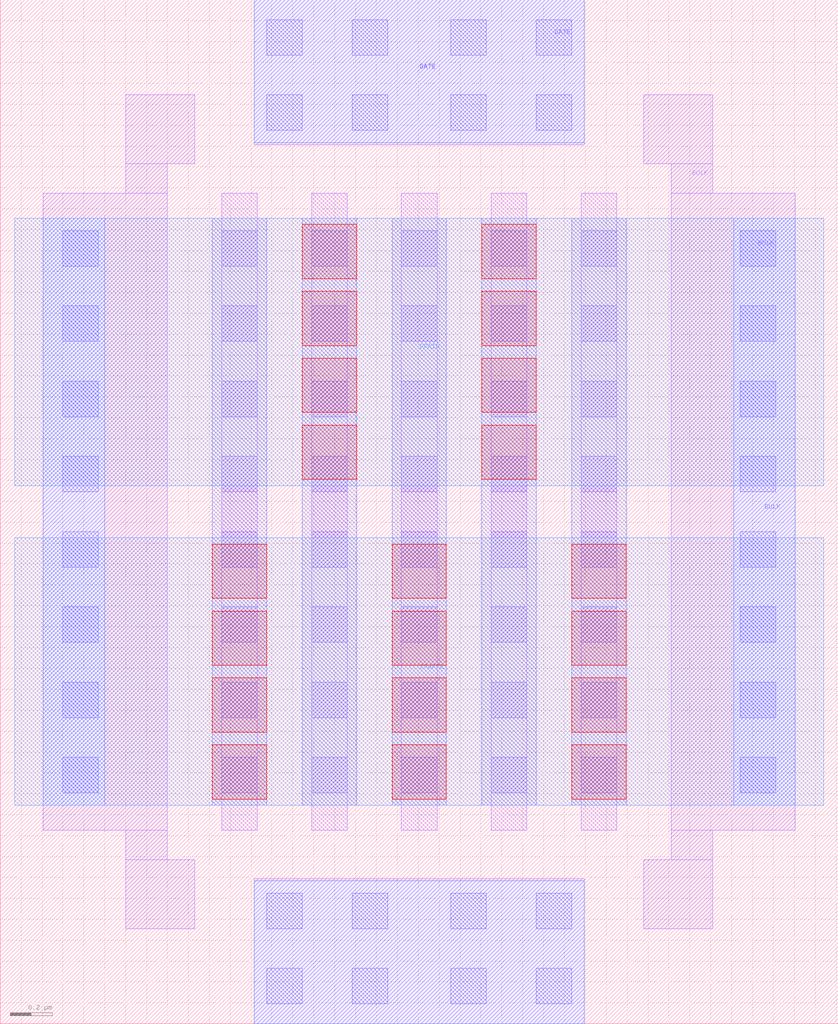
<source format=lef>
# Copyright 2020 The SkyWater PDK Authors
#
# Licensed under the Apache License, Version 2.0 (the "License");
# you may not use this file except in compliance with the License.
# You may obtain a copy of the License at
#
#     https://www.apache.org/licenses/LICENSE-2.0
#
# Unless required by applicable law or agreed to in writing, software
# distributed under the License is distributed on an "AS IS" BASIS,
# WITHOUT WARRANTIES OR CONDITIONS OF ANY KIND, either express or implied.
# See the License for the specific language governing permissions and
# limitations under the License.
#
# SPDX-License-Identifier: Apache-2.0

VERSION 5.7 ;
  NOWIREEXTENSIONATPIN ON ;
  DIVIDERCHAR "/" ;
  BUSBITCHARS "[]" ;
MACRO sky130_fd_pr__rf_pfet_01v8_bM04W3p00L0p15
  CLASS BLOCK ;
  FOREIGN sky130_fd_pr__rf_pfet_01v8_bM04W3p00L0p15 ;
  ORIGIN  0.000000  0.000000 ;
  SIZE  4.010000 BY  4.900000 ;
  PIN BULK
    ANTENNADIFFAREA  3.913000 ;
    ANTENNAGATEAREA  0.903000 ;
    PORT
      LAYER li1 ;
        RECT 0.205000 0.925000 0.800000 3.975000 ;
        RECT 0.600000 0.455000 0.930000 0.785000 ;
        RECT 0.600000 0.785000 0.800000 0.925000 ;
        RECT 0.600000 3.975000 0.800000 4.115000 ;
        RECT 0.600000 4.115000 0.930000 4.445000 ;
        RECT 3.080000 0.455000 3.410000 0.785000 ;
        RECT 3.080000 4.115000 3.410000 4.445000 ;
        RECT 3.210000 0.785000 3.410000 0.925000 ;
        RECT 3.210000 0.925000 3.805000 3.975000 ;
        RECT 3.210000 3.975000 3.410000 4.115000 ;
      LAYER mcon ;
        RECT 0.300000 1.105000 0.470000 1.275000 ;
        RECT 0.300000 1.465000 0.470000 1.635000 ;
        RECT 0.300000 1.825000 0.470000 1.995000 ;
        RECT 0.300000 2.185000 0.470000 2.355000 ;
        RECT 0.300000 2.545000 0.470000 2.715000 ;
        RECT 0.300000 2.905000 0.470000 3.075000 ;
        RECT 0.300000 3.265000 0.470000 3.435000 ;
        RECT 0.300000 3.625000 0.470000 3.795000 ;
        RECT 3.540000 1.105000 3.710000 1.275000 ;
        RECT 3.540000 1.465000 3.710000 1.635000 ;
        RECT 3.540000 1.825000 3.710000 1.995000 ;
        RECT 3.540000 2.185000 3.710000 2.355000 ;
        RECT 3.540000 2.545000 3.710000 2.715000 ;
        RECT 3.540000 2.905000 3.710000 3.075000 ;
        RECT 3.540000 3.265000 3.710000 3.435000 ;
        RECT 3.540000 3.625000 3.710000 3.795000 ;
    END
    PORT
      LAYER met1 ;
        RECT 0.205000 1.045000 0.500000 3.855000 ;
        RECT 3.510000 1.045000 3.805000 3.855000 ;
    END
  END BULK
  PIN DRAIN
    ANTENNADIFFAREA  1.685600 ;
    PORT
      LAYER met2 ;
        RECT 0.070000 2.575000 3.940000 3.855000 ;
    END
  END DRAIN
  PIN GATE
    ANTENNAGATEAREA  1.806000 ;
    PORT
      LAYER li1 ;
        RECT 1.215000 0.000000 2.795000 0.695000 ;
        RECT 1.215000 4.205000 2.795000 4.900000 ;
      LAYER mcon ;
        RECT 1.275000 0.095000 1.445000 0.265000 ;
        RECT 1.275000 0.455000 1.445000 0.625000 ;
        RECT 1.275000 4.275000 1.445000 4.445000 ;
        RECT 1.275000 4.635000 1.445000 4.805000 ;
        RECT 1.685000 0.095000 1.855000 0.265000 ;
        RECT 1.685000 0.455000 1.855000 0.625000 ;
        RECT 1.685000 4.275000 1.855000 4.445000 ;
        RECT 1.685000 4.635000 1.855000 4.805000 ;
        RECT 2.155000 0.095000 2.325000 0.265000 ;
        RECT 2.155000 0.455000 2.325000 0.625000 ;
        RECT 2.155000 4.275000 2.325000 4.445000 ;
        RECT 2.155000 4.635000 2.325000 4.805000 ;
        RECT 2.565000 0.095000 2.735000 0.265000 ;
        RECT 2.565000 0.455000 2.735000 0.625000 ;
        RECT 2.565000 4.275000 2.735000 4.445000 ;
        RECT 2.565000 4.635000 2.735000 4.805000 ;
    END
    PORT
      LAYER met1 ;
        RECT 1.215000 0.000000 2.795000 0.685000 ;
        RECT 1.215000 4.215000 2.795000 4.900000 ;
    END
  END GATE
  PIN SOURCE
    ANTENNADIFFAREA  2.528400 ;
    PORT
      LAYER met2 ;
        RECT 0.070000 1.045000 3.940000 2.325000 ;
    END
  END SOURCE
  OBS
    LAYER li1 ;
      RECT 1.060000 0.925000 1.230000 3.975000 ;
      RECT 1.490000 0.925000 1.660000 3.975000 ;
      RECT 1.920000 0.925000 2.090000 3.975000 ;
      RECT 2.350000 0.925000 2.520000 3.975000 ;
      RECT 2.780000 0.925000 2.950000 3.975000 ;
    LAYER mcon ;
      RECT 1.060000 1.105000 1.230000 1.275000 ;
      RECT 1.060000 1.465000 1.230000 1.635000 ;
      RECT 1.060000 1.825000 1.230000 1.995000 ;
      RECT 1.060000 2.185000 1.230000 2.355000 ;
      RECT 1.060000 2.545000 1.230000 2.715000 ;
      RECT 1.060000 2.905000 1.230000 3.075000 ;
      RECT 1.060000 3.265000 1.230000 3.435000 ;
      RECT 1.060000 3.625000 1.230000 3.795000 ;
      RECT 1.490000 1.105000 1.660000 1.275000 ;
      RECT 1.490000 1.465000 1.660000 1.635000 ;
      RECT 1.490000 1.825000 1.660000 1.995000 ;
      RECT 1.490000 2.185000 1.660000 2.355000 ;
      RECT 1.490000 2.545000 1.660000 2.715000 ;
      RECT 1.490000 2.905000 1.660000 3.075000 ;
      RECT 1.490000 3.265000 1.660000 3.435000 ;
      RECT 1.490000 3.625000 1.660000 3.795000 ;
      RECT 1.920000 1.105000 2.090000 1.275000 ;
      RECT 1.920000 1.465000 2.090000 1.635000 ;
      RECT 1.920000 1.825000 2.090000 1.995000 ;
      RECT 1.920000 2.185000 2.090000 2.355000 ;
      RECT 1.920000 2.545000 2.090000 2.715000 ;
      RECT 1.920000 2.905000 2.090000 3.075000 ;
      RECT 1.920000 3.265000 2.090000 3.435000 ;
      RECT 1.920000 3.625000 2.090000 3.795000 ;
      RECT 2.350000 1.105000 2.520000 1.275000 ;
      RECT 2.350000 1.465000 2.520000 1.635000 ;
      RECT 2.350000 1.825000 2.520000 1.995000 ;
      RECT 2.350000 2.185000 2.520000 2.355000 ;
      RECT 2.350000 2.545000 2.520000 2.715000 ;
      RECT 2.350000 2.905000 2.520000 3.075000 ;
      RECT 2.350000 3.265000 2.520000 3.435000 ;
      RECT 2.350000 3.625000 2.520000 3.795000 ;
      RECT 2.780000 1.105000 2.950000 1.275000 ;
      RECT 2.780000 1.465000 2.950000 1.635000 ;
      RECT 2.780000 1.825000 2.950000 1.995000 ;
      RECT 2.780000 2.185000 2.950000 2.355000 ;
      RECT 2.780000 2.545000 2.950000 2.715000 ;
      RECT 2.780000 2.905000 2.950000 3.075000 ;
      RECT 2.780000 3.265000 2.950000 3.435000 ;
      RECT 2.780000 3.625000 2.950000 3.795000 ;
    LAYER met1 ;
      RECT 1.015000 1.045000 1.275000 3.855000 ;
      RECT 1.445000 1.045000 1.705000 3.855000 ;
      RECT 1.875000 1.045000 2.135000 3.855000 ;
      RECT 2.305000 1.045000 2.565000 3.855000 ;
      RECT 2.735000 1.045000 2.995000 3.855000 ;
    LAYER via ;
      RECT 1.015000 1.075000 1.275000 1.335000 ;
      RECT 1.015000 1.395000 1.275000 1.655000 ;
      RECT 1.015000 1.715000 1.275000 1.975000 ;
      RECT 1.015000 2.035000 1.275000 2.295000 ;
      RECT 1.445000 2.605000 1.705000 2.865000 ;
      RECT 1.445000 2.925000 1.705000 3.185000 ;
      RECT 1.445000 3.245000 1.705000 3.505000 ;
      RECT 1.445000 3.565000 1.705000 3.825000 ;
      RECT 1.875000 1.075000 2.135000 1.335000 ;
      RECT 1.875000 1.395000 2.135000 1.655000 ;
      RECT 1.875000 1.715000 2.135000 1.975000 ;
      RECT 1.875000 2.035000 2.135000 2.295000 ;
      RECT 2.305000 2.605000 2.565000 2.865000 ;
      RECT 2.305000 2.925000 2.565000 3.185000 ;
      RECT 2.305000 3.245000 2.565000 3.505000 ;
      RECT 2.305000 3.565000 2.565000 3.825000 ;
      RECT 2.735000 1.075000 2.995000 1.335000 ;
      RECT 2.735000 1.395000 2.995000 1.655000 ;
      RECT 2.735000 1.715000 2.995000 1.975000 ;
      RECT 2.735000 2.035000 2.995000 2.295000 ;
  END
END sky130_fd_pr__rf_pfet_01v8_bM04W3p00L0p15
END LIBRARY

</source>
